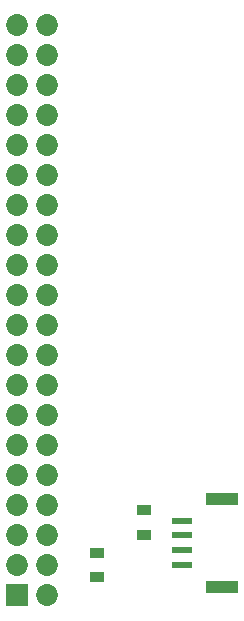
<source format=gbr>
%TF.GenerationSoftware,Altium Limited,Altium Designer,26.2.0 (7)*%
G04 Layer_Color=8388736*
%FSLAX45Y45*%
%MOMM*%
%TF.SameCoordinates,BFD0C231-D01E-4025-B592-F1B292206DE3*%
%TF.FilePolarity,Negative*%
%TF.FileFunction,Soldermask,Top*%
%TF.Part,Single*%
G01*
G75*
%TA.AperFunction,SMDPad,CuDef*%
%ADD10R,1.20000X0.90000*%
%ADD11R,2.80000X1.00000*%
%ADD12R,1.70000X0.60000*%
%TA.AperFunction,ComponentPad*%
%ADD20R,1.85320X1.85320*%
%ADD21C,1.85320*%
D10*
X15030000Y3685000D02*
D03*
Y3895000D02*
D03*
X15430000Y4255000D02*
D03*
Y4045000D02*
D03*
D11*
X16085001Y4350000D02*
D03*
Y3605000D02*
D03*
D12*
X15750000Y3790000D02*
D03*
Y3915000D02*
D03*
Y4040000D02*
D03*
Y4165000D02*
D03*
D20*
X14350000Y3534000D02*
D03*
D21*
X14603999D02*
D03*
X14350000Y3788000D02*
D03*
X14603999D02*
D03*
X14350000Y4042000D02*
D03*
X14603999D02*
D03*
X14350000Y4296000D02*
D03*
X14603999D02*
D03*
X14350000Y4550000D02*
D03*
X14603999D02*
D03*
X14350000Y4804000D02*
D03*
X14603999D02*
D03*
X14350000Y5058000D02*
D03*
X14603999D02*
D03*
X14350000Y5312000D02*
D03*
X14603999D02*
D03*
X14350000Y5566000D02*
D03*
X14603999D02*
D03*
X14350000Y5820000D02*
D03*
X14603999D02*
D03*
X14350000Y6074000D02*
D03*
X14603999D02*
D03*
X14350000Y6328000D02*
D03*
X14603999D02*
D03*
X14350000Y6582000D02*
D03*
X14603999D02*
D03*
X14350000Y6836000D02*
D03*
X14603999D02*
D03*
X14350000Y7090000D02*
D03*
X14603999D02*
D03*
X14350000Y7344000D02*
D03*
X14603999D02*
D03*
X14350000Y7598000D02*
D03*
X14603999D02*
D03*
X14350000Y7852000D02*
D03*
X14603999D02*
D03*
X14350000Y8106000D02*
D03*
X14603999D02*
D03*
X14350000Y8360000D02*
D03*
X14603999D02*
D03*
%TF.MD5,45974b9efe9272e482a4bdc107d9c7d6*%
M02*

</source>
